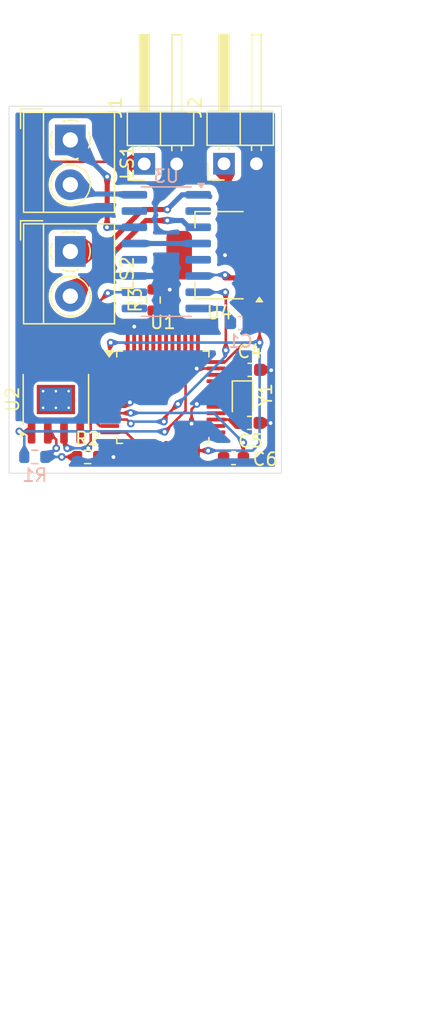
<source format=kicad_pcb>
(kicad_pcb (version 20240108) (generator "pcbnew") (generator_version "8.0")
  (layers (0 "F.Cu" signal) (31 "B.Cu" signal) (34 "B.Paste" user) (35 "F.Paste" user) (36 "B.SilkS" user "B.Silkscreen") (37 "F.SilkS" user "F.Silkscreen") (38 "B.Mask" user) (39 "F.Mask" user) (44 "Edge.Cuts" user))
  (net 0 "")
  (net 1 "Net-(U3-VREF)")
  (net 2 "GND")
  (net 3 "Net-(U1-PB15)")
  (net 4 "Net-(U1-PB14)")
  (net 5 "5V")
  (net 6 "Net-(U1-VDDA)")
  (net 7 "Net-(J1-Pin_1)")
  (net 8 "Net-(J2-Pin_1)")
  (net 9 "Net-(U3-ROUT-)")
  (net 10 "Net-(U3-ROUT+)")
  (net 11 "Net-(U3-LOUT-)")
  (net 12 "Net-(U3-LOUT+)")
  (net 13 "Net-(U1-PA15)")
  (net 14 "Net-(U2A--)")
  (net 15 "Net-(U1-BOOT0)")
  (net 24 "Net-(U1-PA0)")
  (net 36 "Net-(U1-PA1)")
  (net 40 "Net-(U1-PA5)")
  (net 51 "unconnected-(U1-PA2-Pad12)")
  (footprint "Connector_PinHeader_2.54mm:PinHeader_1x02_P2.54mm_Horizontal" (layer "F.Cu") (at 160.745 100.845 90)
    (property "Reference" "J1" (at 4.385 -2.27 90) (layer "F.SilkS"))
    (property "Value" "Microphone connector")
    (fp_line (start 4.1 -1.33) (end 1.44 -1.33) (stroke (width 0.12)) (layer "F.SilkS"))
    (fp_line (start 1.44 -1.33) (end 1.44 3.87) (stroke (width 0.12)) (layer "F.SilkS"))
    (fp_line (start -1.27 -1.27) (end 0 -1.27) (stroke (width 0.12)) (layer "F.SilkS"))
    (fp_line (start 10.1 -0.38) (end 10.1 0.38) (stroke (width 0.12)) (layer "F.SilkS"))
    (fp_line (start 4.1 -0.38) (end 10.1 -0.38) (stroke (width 0.12)) (layer "F.SilkS"))
    (fp_line (start 1.11 -0.38) (end 1.44 -0.38) (stroke (width 0.12)) (layer "F.SilkS"))
    (fp_line (start 4.1 -0.32) (end 10.1 -0.32) (stroke (width 0.12)) (layer "F.SilkS"))
    (fp_line (start 4.1 -0.2) (end 10.1 -0.2) (stroke (width 0.12)) (layer "F.SilkS"))
    (fp_line (start 4.1 -0.08) (end 10.1 -0.08) (stroke (width 0.12)) (layer "F.SilkS"))
    (fp_line (start -1.27 0) (end -1.27 -1.27) (stroke (width 0.12)) (layer "F.SilkS"))
    (fp_line (start 4.1 0.04) (end 10.1 0.04) (stroke (width 0.12)) (layer "F.SilkS"))
    (fp_line (start 4.1 0.16) (end 10.1 0.16) (stroke (width 0.12)) (layer "F.SilkS"))
    (fp_line (start 4.1 0.28) (end 10.1 0.28) (stroke (width 0.12)) (layer "F.SilkS"))
    (fp_line (start 10.1 0.38) (end 4.1 0.38) (stroke (width 0.12)) (layer "F.SilkS"))
    (fp_line (start 1.11 0.38) (end 1.44 0.38) (stroke (width 0.12)) (layer "F.SilkS"))
    (fp_line (start 1.44 1.27) (end 4.1 1.27) (stroke (width 0.12)) (layer "F.SilkS"))
    (fp_line (start 10.1 2.16) (end 10.1 2.92) (stroke (width 0.12)) (layer "F.SilkS"))
    (fp_line (start 4.1 2.16) (end 10.1 2.16) (stroke (width 0.12)) (layer "F.SilkS"))
    (fp_line (start 1.042929 2.16) (end 1.44 2.16) (stroke (width 0.12)) (layer "F.SilkS"))
    (fp_line (start 10.1 2.92) (end 4.1 2.92) (stroke (width 0.12)) (layer "F.SilkS"))
    (fp_line (start 1.042929 2.92) (end 1.44 2.92) (stroke (width 0.12)) (layer "F.SilkS"))
    (fp_line (start 4.1 3.87) (end 4.1 -1.33) (stroke (width 0.12)) (layer "F.SilkS"))
    (fp_line (start 1.44 3.87) (end 4.1 3.87) (stroke (width 0.12)) (layer "F.SilkS"))
    (pad "1" thru_hole rect (at 0 0 90) (size 1.7 1.7) (drill 1) (layers "*.Cu" "*.Mask") (net 7 "Net-(J1-Pin_1)"))
    (pad "2" thru_hole oval (at 0 2.54 90) (size 1.7 1.7) (drill 1) (layers "*.Cu" "*.Mask") (net 2 "GND"))
  )
  (footprint "Capacitor_SMD:C_0603_1608Metric" (layer "F.Cu") (at 169.02 116.95)
    (property "Reference" "C4" (at 0 -1.43 360) (layer "F.SilkS"))
    (property "Value" "22uF")
    (fp_line (start -0.14058 -0.51) (end 0.14058 -0.51) (stroke (width 0.12)) (layer "F.SilkS"))
    (fp_line (start -0.14058 0.51) (end 0.14058 0.51) (stroke (width 0.12)) (layer "F.SilkS"))
    (pad "1" smd roundrect (at -0.775 0) (size 0.9 0.95) (layers "F.Cu" "F.Paste" "F.Mask") (net 3 "Net-(U1-PB15)"))
    (pad "2" smd roundrect (at 0.775 0) (size 0.9 0.95) (layers "F.Cu" "F.Paste" "F.Mask") (net 2 "GND"))
  )
  (footprint "Crystal:Crystal_SMD_2012-2Pin_2.0x1.2mm" (layer "F.Cu") (at 168.44 119.02 -90)
    (property "Reference" "Y1" (at -0.12 -1.8 90) (layer "F.SilkS"))
    (property "Value" "Crystal")
    (fp_line (start -1.2 0.8) (end 1.2 0.8) (stroke (width 0.12)) (layer "F.SilkS"))
    (fp_line (start -1.2 -0.8) (end -1.2 0.8) (stroke (width 0.12)) (layer "F.SilkS"))
    (fp_line (start 1.2 -0.8) (end -1.2 -0.8) (stroke (width 0.12)) (layer "F.SilkS"))
    (pad "1" smd rect (at -0.7 0 270) (size 0.6 1.1) (layers "F.Cu" "F.Paste" "F.Mask") (net 3 "Net-(U1-PB15)"))
    (pad "2" smd rect (at 0.7 0 270) (size 0.6 1.1) (layers "F.Cu" "F.Paste" "F.Mask") (net 4 "Net-(U1-PB14)"))
  )
  (footprint "TerminalBlock_4Ucon:TerminalBlock_4Ucon_1x02_P3.50mm_Horizontal" (layer "F.Cu") (at 154.95 107.69 -90)
    (property "Reference" "LS2" (at 1.75 -4.46 90) (layer "F.SilkS"))
    (property "Value" "Speaker")
    (fp_line (start -2.4 3.9) (end -0.9 3.9) (stroke (width 0.12)) (layer "F.SilkS"))
    (fp_line (start -2.16 3.66) (end 5.66 3.66) (stroke (width 0.12)) (layer "F.SilkS"))
    (fp_line (start -2.4 2.16) (end -2.4 3.9) (stroke (width 0.12)) (layer "F.SilkS"))
    (fp_line (start -2.16 2.1) (end 5.66 2.1) (stroke (width 0.12)) (layer "F.SilkS"))
    (fp_line (start -2.16 -3.46) (end -2.16 3.66) (stroke (width 0.12)) (layer "F.SilkS"))
    (fp_line (start -2.16 -3.46) (end 5.66 -3.46) (stroke (width 0.12)) (layer "F.SilkS"))
    (fp_line (start 5.66 -3.46) (end 5.66 3.66) (stroke (width 0.12)) (layer "F.SilkS"))
    (fp_arc (start 0.027011 1.555493) (mid -0.296984 1.527118) (end -0.608 1.432) (stroke (width 0.12)) (layer "F.SilkS"))
    (fp_arc (start 0.607587 1.431385) (mid 0.310017 1.523783) (end 0 1.555) (stroke (width 0.12)) (layer "F.SilkS"))
    (fp_arc (start -1.432109 0.607742) (mid -1.555727 -0.00014) (end -1.432 -0.608) (stroke (width 0.12)) (layer "F.SilkS"))
    (fp_arc (start 1.432109 -0.607742) (mid 1.555727 0.00014) (end 1.432 0.608) (stroke (width 0.12)) (layer "F.SilkS"))
    (fp_arc (start -0.607742 -1.432109) (mid 0.00014 -1.555727) (end 0.608 -1.432) (stroke (width 0.12)) (layer "F.SilkS"))
    (fp_circle (center 3.5 0) (end 5.055 0) (stroke (width 0.12)) (fill none) (layer "F.SilkS"))
    (pad "1" thru_hole rect (at 0 0 270) (size 2.4 2.4) (drill 1.2) (layers "*.Cu" "*.Mask") (net 12 "Net-(U3-LOUT+)"))
    (pad "2" thru_hole circle (at 3.5 0 270) (size 2.4 2.4) (drill 1.2) (layers "*.Cu" "*.Mask") (net 11 "Net-(U3-LOUT-)"))
  )
  (footprint "TerminalBlock_4Ucon:TerminalBlock_4Ucon_1x02_P3.50mm_Horizontal" (layer "F.Cu") (at 154.95 98.97 -90)
    (property "Reference" "LS1" (at 1.75 -4.46 90) (layer "F.SilkS"))
    (property "Value" "Speaker")
    (fp_line (start -2.4 3.9) (end -0.9 3.9) (stroke (width 0.12)) (layer "F.SilkS"))
    (fp_line (start -2.16 3.66) (end 5.66 3.66) (stroke (width 0.12)) (layer "F.SilkS"))
    (fp_line (start -2.4 2.16) (end -2.4 3.9) (stroke (width 0.12)) (layer "F.SilkS"))
    (fp_line (start -2.16 2.1) (end 5.66 2.1) (stroke (width 0.12)) (layer "F.SilkS"))
    (fp_line (start -2.16 -3.46) (end -2.16 3.66) (stroke (width 0.12)) (layer "F.SilkS"))
    (fp_line (start -2.16 -3.46) (end 5.66 -3.46) (stroke (width 0.12)) (layer "F.SilkS"))
    (fp_line (start 5.66 -3.46) (end 5.66 3.66) (stroke (width 0.12)) (layer "F.SilkS"))
    (fp_arc (start 0.027011 1.555493) (mid -0.296984 1.527118) (end -0.608 1.432) (stroke (width 0.12)) (layer "F.SilkS"))
    (fp_arc (start 0.607587 1.431385) (mid 0.310017 1.523783) (end 0 1.555) (stroke (width 0.12)) (layer "F.SilkS"))
    (fp_arc (start -1.432109 0.607742) (mid -1.555727 -0.00014) (end -1.432 -0.608) (stroke (width 0.12)) (layer "F.SilkS"))
    (fp_arc (start 1.432109 -0.607742) (mid 1.555727 0.00014) (end 1.432 0.608) (stroke (width 0.12)) (layer "F.SilkS"))
    (fp_arc (start -0.607742 -1.432109) (mid 0.00014 -1.555727) (end 0.608 -1.432) (stroke (width 0.12)) (layer "F.SilkS"))
    (fp_circle (center 3.5 0) (end 5.055 0) (stroke (width 0.12)) (fill none) (layer "F.SilkS"))
    (pad "1" thru_hole rect (at 0 0 270) (size 2.4 2.4) (drill 1.2) (layers "*.Cu" "*.Mask") (net 9 "Net-(U3-ROUT-)"))
    (pad "2" thru_hole circle (at 3.5 0 270) (size 2.4 2.4) (drill 1.2) (layers "*.Cu" "*.Mask") (net 10 "Net-(U3-ROUT+)"))
  )
  (footprint "Package_SO:SOIC-8-1EP_3.9x4.9mm_P1.27mm_EP2.29x3mm_ThermalVias" (layer "F.Cu") (at 153.82 119.27 90)
    (property "Reference" "U2" (at 0 -3.4 90) (layer "F.SilkS"))
    (property "Value" "TL072")
    (fp_line (start 0 -2.56) (end 1.95 -2.56) (stroke (width 0.12)) (layer "F.SilkS"))
    (fp_line (start 0 -2.56) (end -1.95 -2.56) (stroke (width 0.12)) (layer "F.SilkS"))
    (fp_line (start 0 2.56) (end 1.95 2.56) (stroke (width 0.12)) (layer "F.SilkS"))
    (fp_line (start 0 2.56) (end -1.95 2.56) (stroke (width 0.12)) (layer "F.SilkS"))
    (fp_poly (pts (xy -2.7 -2.465) (xy -2.94 -2.795) (xy -2.46 -2.795) (xy -2.7 -2.465)) (stroke (width 0.12)) (fill solid) (layer "F.SilkS"))
    (pad "1" smd roundrect (at -2.475 -1.905 90) (size 1.95 0.6) (layers "F.Cu" "F.Paste" "F.Mask") (net 13 "Net-(U1-PA15)"))
    (pad "2" smd roundrect (at -2.475 -0.635 90) (size 1.95 0.6) (layers "F.Cu" "F.Paste" "F.Mask") (net 14 "Net-(U2A--)"))
    (pad "3" smd roundrect (at -2.475 0.635 90) (size 1.95 0.6) (layers "F.Cu" "F.Paste" "F.Mask") (net 7 "Net-(J1-Pin_1)"))
    (pad "4" smd roundrect (at -2.475 1.905 90) (size 1.95 0.6) (layers "F.Cu" "F.Paste" "F.Mask"))
    (pad "5" smd roundrect (at 2.475 1.905 90) (size 1.95 0.6) (layers "F.Cu" "F.Paste" "F.Mask"))
    (pad "6" smd roundrect (at 2.475 0.635 90) (size 1.95 0.6) (layers "F.Cu" "F.Paste" "F.Mask"))
    (pad "7" smd roundrect (at 2.475 -0.635 90) (size 1.95 0.6) (layers "F.Cu" "F.Paste" "F.Mask"))
    (pad "8" smd roundrect (at 2.475 -1.905 90) (size 1.95 0.6) (layers "F.Cu" "F.Paste" "F.Mask"))
    (pad "9" thru_hole circle (at -0.65 -1 90) (size 0.5 0.5) (drill 0.2) (property pad_prop_heatsink) (layers "*.Cu"))
    (pad "9" thru_hole circle (at -0.65 0 90) (size 0.5 0.5) (drill 0.2) (property pad_prop_heatsink) (layers "*.Cu"))
    (pad "9" thru_hole circle (at -0.65 1 90) (size 0.5 0.5) (drill 0.2) (property pad_prop_heatsink) (layers "*.Cu"))
    (pad "9" smd rect (at 0 0 90) (size 1.8 2.5) (property pad_prop_heatsink) (layers "B.Cu"))
    (pad "9" smd rect (at 0 0 90) (size 2.29 3) (property pad_prop_heatsink) (layers "F.Cu" "F.Mask"))
    (pad "9" thru_hole circle (at 0.65 -1 90) (size 0.5 0.5) (drill 0.2) (property pad_prop_heatsink) (layers "*.Cu"))
    (pad "9" thru_hole circle (at 0.65 0 90) (size 0.5 0.5) (drill 0.2) (property pad_prop_heatsink) (layers "*.Cu"))
    (pad "9" thru_hole circle (at 0.65 1 90) (size 0.5 0.5) (drill 0.2) (property pad_prop_heatsink) (layers "*.Cu"))
  )
  (footprint "Connector_PinHeader_2.54mm:PinHeader_1x02_P2.54mm_Horizontal" (layer "F.Cu") (at 166.99 100.83 90)
    (property "Reference" "J2" (at 4.385 -2.27 90) (layer "F.SilkS"))
    (property "Value" "Battery")
    (fp_line (start 4.1 -1.33) (end 1.44 -1.33) (stroke (width 0.12)) (layer "F.SilkS"))
    (fp_line (start 1.44 -1.33) (end 1.44 3.87) (stroke (width 0.12)) (layer "F.SilkS"))
    (fp_line (start -1.27 -1.27) (end 0 -1.27) (stroke (width 0.12)) (layer "F.SilkS"))
    (fp_line (start 10.1 -0.38) (end 10.1 0.38) (stroke (width 0.12)) (layer "F.SilkS"))
    (fp_line (start 4.1 -0.38) (end 10.1 -0.38) (stroke (width 0.12)) (layer "F.SilkS"))
    (fp_line (start 1.11 -0.38) (end 1.44 -0.38) (stroke (width 0.12)) (layer "F.SilkS"))
    (fp_line (start 4.1 -0.32) (end 10.1 -0.32) (stroke (width 0.12)) (layer "F.SilkS"))
    (fp_line (start 4.1 -0.2) (end 10.1 -0.2) (stroke (width 0.12)) (layer "F.SilkS"))
    (fp_line (start 4.1 -0.08) (end 10.1 -0.08) (stroke (width 0.12)) (layer "F.SilkS"))
    (fp_line (start -1.27 0) (end -1.27 -1.27) (stroke (width 0.12)) (layer "F.SilkS"))
    (fp_line (start 4.1 0.04) (end 10.1 0.04) (stroke (width 0.12)) (layer "F.SilkS"))
    (fp_line (start 4.1 0.16) (end 10.1 0.16) (stroke (width 0.12)) (layer "F.SilkS"))
    (fp_line (start 4.1 0.28) (end 10.1 0.28) (stroke (width 0.12)) (layer "F.SilkS"))
    (fp_line (start 10.1 0.38) (end 4.1 0.38) (stroke (width 0.12)) (layer "F.SilkS"))
    (fp_line (start 1.11 0.38) (end 1.44 0.38) (stroke (width 0.12)) (layer "F.SilkS"))
    (fp_line (start 1.44 1.27) (end 4.1 1.27) (stroke (width 0.12)) (layer "F.SilkS"))
    (fp_line (start 10.1 2.16) (end 10.1 2.92) (stroke (width 0.12)) (layer "F.SilkS"))
    (fp_line (start 4.1 2.16) (end 10.1 2.16) (stroke (width 0.12)) (layer "F.SilkS"))
    (fp_line (start 1.042929 2.16) (end 1.44 2.16) (stroke (width 0.12)) (layer "F.SilkS"))
    (fp_line (start 10.1 2.92) (end 4.1 2.92) (stroke (width 0.12)) (layer "F.SilkS"))
    (fp_line (start 1.042929 2.92) (end 1.44 2.92) (stroke (width 0.12)) (layer "F.SilkS"))
    (fp_line (start 4.1 3.87) (end 4.1 -1.33) (stroke (width 0.12)) (layer "F.SilkS"))
    (fp_line (start 1.44 3.87) (end 4.1 3.87) (stroke (width 0.12)) (layer "F.SilkS"))
    (pad "1" thru_hole rect (at 0 0 90) (size 1.7 1.7) (drill 1) (layers "*.Cu" "*.Mask") (net 8 "Net-(J2-Pin_1)"))
    (pad "2" thru_hole oval (at 0 2.54 90) (size 1.7 1.7) (drill 1) (layers "*.Cu" "*.Mask") (net 2 "GND"))
  )
  (footprint "Package_QFP:LQFP-48_7x7mm_P0.5mm" (layer "F.Cu") (at 162.2 119.09)
    (property "Reference" "U1" (at 0 -5.85 360) (layer "F.SilkS"))
    (property "Value" "STM32F103C8Tx")
    (fp_line (start -3.61 -3.61) (end -3.61 -3.16) (stroke (width 0.12)) (layer "F.SilkS"))
    (fp_line (start -3.61 3.61) (end -3.61 3.16) (stroke (width 0.12)) (layer "F.SilkS"))
    (fp_line (start -3.16 -3.61) (end -3.61 -3.61) (stroke (width 0.12)) (layer "F.SilkS"))
    (fp_line (start -3.16 3.61) (end -3.61 3.61) (stroke (width 0.12)) (layer "F.SilkS"))
    (fp_line (start 3.16 -3.61) (end 3.61 -3.61) (stroke (width 0.12)) (layer "F.SilkS"))
    (fp_line (start 3.16 3.61) (end 3.61 3.61) (stroke (width 0.12)) (layer "F.SilkS"))
    (fp_line (start 3.61 -3.61) (end 3.61 -3.16) (stroke (width 0.12)) (layer "F.SilkS"))
    (fp_line (start 3.61 3.61) (end 3.61 3.16) (stroke (width 0.12)) (layer "F.SilkS"))
    (fp_poly (pts (xy -4.2 -3.16) (xy -4.54 -3.63) (xy -3.86 -3.63) (xy -4.2 -3.16)) (stroke (width 0.12)) (fill solid) (layer "F.SilkS"))
    (pad "1" smd roundrect (at -4.1625 -2.75) (size 1.475 0.3) (layers "F.Cu" "F.Paste" "F.Mask") (net 5 "5V"))
    (pad "2" smd roundrect (at -4.1625 -2.25) (size 1.475 0.3) (layers "F.Cu" "F.Paste" "F.Mask"))
    (pad "3" smd roundrect (at -4.1625 -1.75) (size 1.475 0.3) (layers "F.Cu" "F.Paste" "F.Mask"))
    (pad "4" smd roundrect (at -4.1625 -1.25) (size 1.475 0.3) (layers "F.Cu" "F.Paste" "F.Mask"))
    (pad "5" smd roundrect (at -4.1625 -0.75) (size 1.475 0.3) (layers "F.Cu" "F.Paste" "F.Mask"))
    (pad "6" smd roundrect (at -4.1625 -0.25) (size 1.475 0.3) (layers "F.Cu" "F.Paste" "F.Mask"))
    (pad "7" smd roundrect (at -4.1625 0.25) (size 1.475 0.3) (layers "F.Cu" "F.Paste" "F.Mask"))
    (pad "8" smd roundrect (at -4.1625 0.75) (size 1.475 0.3) (layers "F.Cu" "F.Paste" "F.Mask") (net 2 "GND"))
    (pad "9" smd roundrect (at -4.1625 1.25) (size 1.475 0.3) (layers "F.Cu" "F.Paste" "F.Mask") (net 6 "Net-(U1-VDDA)"))
    (pad "10" smd roundrect (at -4.1625 1.75) (size 1.475 0.3) (layers "F.Cu" "F.Paste" "F.Mask") (net 24 "Net-(U1-PA0)"))
    (pad "11" smd roundrect (at -4.1625 2.25) (size 1.475 0.3) (layers "F.Cu" "F.Paste" "F.Mask") (net 36 "Net-(U1-PA1)"))
    (pad "12" smd roundrect (at -4.1625 2.75) (size 1.475 0.3) (layers "F.Cu" "F.Paste" "F.Mask") (net 51 "unconnected-(U1-PA2-Pad12)"))
    (pad "13" smd roundrect (at -2.75 4.1625) (size 0.3 1.475) (layers "F.Cu" "F.Paste" "F.Mask"))
    (pad "14" smd roundrect (at -2.25 4.1625) (size 0.3 1.475) (layers "F.Cu" "F.Paste" "F.Mask") (net 51 "unconnected-(U1-PA2-Pad12)"))
    (pad "15" smd roundrect (at -1.75 4.1625) (size 0.3 1.475) (layers "F.Cu" "F.Paste" "F.Mask") (net 40 "Net-(U1-PA5)"))
    (pad "16" smd roundrect (at -1.25 4.1625) (size 0.3 1.475) (layers "F.Cu" "F.Paste" "F.Mask"))
    (pad "17" smd roundrect (at -0.75 4.1625) (size 0.3 1.475) (layers "F.Cu" "F.Paste" "F.Mask"))
    (pad "18" smd roundrect (at -0.25 4.1625) (size 0.3 1.475) (layers "F.Cu" "F.Paste" "F.Mask"))
    (pad "19" smd roundrect (at 0.25 4.1625) (size 0.3 1.475) (layers "F.Cu" "F.Paste" "F.Mask"))
    (pad "20" smd roundrect (at 0.75 4.1625) (size 0.3 1.475) (layers "F.Cu" "F.Paste" "F.Mask"))
    (pad "21" smd roundrect (at 1.25 4.1625) (size 0.3 1.475) (layers "F.Cu" "F.Paste" "F.Mask"))
    (pad "22" smd roundrect (at 1.75 4.1625) (size 0.3 1.475) (layers "F.Cu" "F.Paste" "F.Mask"))
    (pad "23" smd roundrect (at 2.25 4.1625) (size 0.3 1.475) (layers "F.Cu" "F.Paste" "F.Mask") (net 2 "GND"))
    (pad "24" smd roundrect (at 2.75 4.1625) (size 0.3 1.475) (layers "F.Cu" "F.Paste" "F.Mask") (net 5 "5V"))
    (pad "25" smd roundrect (at 4.1625 2.75) (size 1.475 0.3) (layers "F.Cu" "F.Paste" "F.Mask"))
    (pad "26" smd roundrect (at 4.1625 2.25) (size 1.475 0.3) (layers "F.Cu" "F.Paste" "F.Mask"))
    (pad "27" smd roundrect (at 4.1625 1.75) (size 1.475 0.3) (layers "F.Cu" "F.Paste" "F.Mask") (net 4 "Net-(U1-PB14)"))
    (pad "28" smd roundrect (at 4.1625 1.25) (size 1.475 0.3) (layers "F.Cu" "F.Paste" "F.Mask") (net 3 "Net-(U1-PB15)"))
    (pad "29" smd roundrect (at 4.1625 0.75) (size 1.475 0.3) (layers "F.Cu" "F.Paste" "F.Mask"))
    (pad "30" smd roundrect (at 4.1625 0.25) (size 1.475 0.3) (layers "F.Cu" "F.Paste" "F.Mask"))
    (pad "31" smd roundrect (at 4.1625 -0.25) (size 1.475 0.3) (layers "F.Cu" "F.Paste" "F.Mask"))
    (pad "32" smd roundrect (at 4.1625 -0.75) (size 1.475 0.3) (layers "F.Cu" "F.Paste" "F.Mask"))
    (pad "33" smd roundrect (at 4.1625 -1.25) (size 1.475 0.3) (layers "F.Cu" "F.Paste" "F.Mask"))
    (pad "34" smd roundrect (at 4.1625 -1.75) (size 1.475 0.3) (layers "F.Cu" "F.Paste" "F.Mask"))
    (pad "35" smd roundrect (at 4.1625 -2.25) (size 1.475 0.3) (layers "F.Cu" "F.Paste" "F.Mask") (net 2 "GND"))
    (pad "36" smd roundrect (at 4.1625 -2.75) (size 1.475 0.3) (layers "F.Cu" "F.Paste" "F.Mask") (net 5 "5V"))
    (pad "37" smd roundrect (at 2.75 -4.1625) (size 0.3 1.475) (layers "F.Cu" "F.Paste" "F.Mask"))
    (pad "38" smd roundrect (at 2.25 -4.1625) (size 0.3 1.475) (layers "F.Cu" "F.Paste" "F.Mask") (net 13 "Net-(U1-PA15)"))
    (pad "39" smd roundrect (at 1.75 -4.1625) (size 0.3 1.475) (layers "F.Cu" "F.Paste" "F.Mask"))
    (pad "40" smd roundrect (at 1.25 -4.1625) (size 0.3 1.475) (layers "F.Cu" "F.Paste" "F.Mask"))
    (pad "41" smd roundrect (at 0.75 -4.1625) (size 0.3 1.475) (layers "F.Cu" "F.Paste" "F.Mask"))
    (pad "42" smd roundrect (at 0.25 -4.1625) (size 0.3 1.475) (layers "F.Cu" "F.Paste" "F.Mask"))
    (pad "43" smd roundrect (at -0.25 -4.1625) (size 0.3 1.475) (layers "F.Cu" "F.Paste" "F.Mask"))
    (pad "44" smd roundrect (at -0.75 -4.1625) (size 0.3 1.475) (layers "F.Cu" "F.Paste" "F.Mask") (net 15 "Net-(U1-BOOT0)"))
    (pad "45" smd roundrect (at -1.25 -4.1625) (size 0.3 1.475) (layers "F.Cu" "F.Paste" "F.Mask"))
    (pad "46" smd roundrect (at -1.75 -4.1625) (size 0.3 1.475) (layers "F.Cu" "F.Paste" "F.Mask"))
    (pad "47" smd roundrect (at -2.25 -4.1625) (size 0.3 1.475) (layers "F.Cu" "F.Paste" "F.Mask") (net 2 "GND"))
    (pad "48" smd roundrect (at -2.75 -4.1625) (size 0.3 1.475) (layers "F.Cu" "F.Paste" "F.Mask") (net 5 "5V"))
  )
  (footprint "Resistor_SMD:R_0603_1608Metric" (layer "F.Cu") (at 161.47 111.49 90)
    (property "Reference" "R3" (at 0 -1.43 90) (layer "F.SilkS"))
    (property "Value" "10k")
    (fp_line (start -0.237258 -0.5225) (end 0.237258 -0.5225) (stroke (width 0.12)) (layer "F.SilkS"))
    (fp_line (start -0.237258 0.5225) (end 0.237258 0.5225) (stroke (width 0.12)) (layer "F.SilkS"))
    (pad "1" smd roundrect (at -0.825 0 90) (size 0.8 0.95) (layers "F.Cu" "F.Paste" "F.Mask") (net 15 "Net-(U1-BOOT0)"))
    (pad "2" smd roundrect (at 0.825 0 90) (size 0.8 0.95) (layers "F.Cu" "F.Paste" "F.Mask") (net 2 "GND"))
  )
  (footprint "Capacitor_SMD:C_0603_1608Metric" (layer "F.Cu") (at 167.735 123.85)
    (property "Reference" "C6" (at 2.475 0.09 360) (layer "F.SilkS"))
    (property "Value" "100nF")
    (fp_line (start -0.14058 -0.51) (end 0.14058 -0.51) (stroke (width 0.12)) (layer "F.SilkS"))
    (fp_line (start -0.14058 0.51) (end 0.14058 0.51) (stroke (width 0.12)) (layer "F.SilkS"))
    (pad "1" smd roundrect (at -0.775 0) (size 0.9 0.95) (layers "F.Cu" "F.Paste" "F.Mask") (net 5 "5V"))
    (pad "2" smd roundrect (at 0.775 0) (size 0.9 0.95) (layers "F.Cu" "F.Paste" "F.Mask") (net 6 "Net-(U1-VDDA)"))
  )
  (footprint "Capacitor_SMD:C_0603_1608Metric" (layer "F.Cu") (at 168.98 121.1 180)
    (property "Reference" "C5" (at -0.09 -1.41 360) (layer "F.SilkS"))
    (property "Value" "22uF")
    (fp_line (start -0.14058 0.51) (end 0.14058 0.51) (stroke (width 0.12)) (layer "F.SilkS"))
    (fp_line (start -0.14058 -0.51) (end 0.14058 -0.51) (stroke (width 0.12)) (layer "F.SilkS"))
    (pad "1" smd roundrect (at -0.775 0 180) (size 0.9 0.95) (layers "F.Cu" "F.Paste" "F.Mask") (net 2 "GND"))
    (pad "2" smd roundrect (at 0.775 0 180) (size 0.9 0.95) (layers "F.Cu" "F.Paste" "F.Mask") (net 4 "Net-(U1-PB14)"))
  )
  (footprint "Package_TO_SOT_SMD:SOT-223" (layer "F.Cu") (at 166.63 107.9825 180)
    (property "Reference" "U4" (at 0 -4.5 360) (layer "F.SilkS"))
    (property "Value" "LM78L05_TO92")
    (fp_line (start 1.91 3.41) (end 1.91 2.15) (stroke (width 0.12)) (layer "F.SilkS"))
    (fp_line (start 1.91 -3.41) (end 1.91 -2.15) (stroke (width 0.12)) (layer "F.SilkS"))
    (fp_line (start -1.85 3.41) (end 1.91 3.41) (stroke (width 0.12)) (layer "F.SilkS"))
    (fp_line (start -1.85 -3.41) (end 1.91 -3.41) (stroke (width 0.12)) (layer "F.SilkS"))
    (fp_poly (pts (xy -3.13 -3.31) (xy -3.37 -3.64) (xy -2.89 -3.64) (xy -3.13 -3.31)) (stroke (width 0.12)) (fill solid) (layer "F.SilkS"))
    (pad "1" smd roundrect (at -3.15 -2.3 180) (size 2 1.5) (layers "F.Cu" "F.Paste" "F.Mask") (net 5 "5V"))
    (pad "2" smd roundrect (at -3.15 0 180) (size 2 1.5) (layers "F.Cu" "F.Paste" "F.Mask") (net 2 "GND"))
    (pad "3" smd roundrect (at -3.15 2.3 180) (size 2 1.5) (layers "F.Cu" "F.Paste" "F.Mask") (net 8 "Net-(J2-Pin_1)"))
    (pad "4" smd roundrect (at 3.15 0 180) (size 2 3.8) (layers "F.Cu" "F.Paste" "F.Mask"))
  )
  (footprint "Resistor_SMD:R_0603_1608Metric" (layer "F.Cu") (at 156.31 123.76)
    (property "Reference" "R2" (at 0 -1.43 0) (layer "F.SilkS"))
    (property "Value" "10k")
    (fp_line (start -0.237258 -0.5225) (end 0.237258 -0.5225) (stroke (width 0.12)) (layer "F.SilkS"))
    (fp_line (start -0.237258 0.5225) (end 0.237258 0.5225) (stroke (width 0.12)) (layer "F.SilkS"))
    (pad "1" smd roundrect (at -0.825 0) (size 0.8 0.95) (layers "F.Cu" "F.Paste" "F.Mask") (net 14 "Net-(U2A--)"))
    (pad "2" smd roundrect (at 0.825 0) (size 0.8 0.95) (layers "F.Cu" "F.Paste" "F.Mask") (net 2 "GND"))
  )
  (footprint "Capacitor_SMD:C_0603_1608Metric" (layer "B.Cu") (at 168.27 113.29)
    (property "Reference" "C1" (at 0 1.43 360) (layer "B.SilkS") (effects (justify mirror)))
    (property "Value" "1uF")
    (fp_line (start 0.14058 -0.51) (end -0.14058 -0.51) (stroke (width 0.12)) (layer "B.SilkS"))
    (fp_line (start 0.14058 0.51) (end -0.14058 0.51) (stroke (width 0.12)) (layer "B.SilkS"))
    (pad "1" smd roundrect (at -0.775 0) (size 0.9 0.95) (layers "B.Cu" "B.Paste" "B.Mask") (net 1 "Net-(U3-VREF)"))
    (pad "2" smd roundrect (at 0.775 0) (size 0.9 0.95) (layers "B.Cu" "B.Paste" "B.Mask") (net 2 "GND"))
  )
  (footprint "Resistor_SMD:R_0603_1608Metric" (layer "B.Cu") (at 152.17 123.76)
    (property "Reference" "R1" (at 0 1.43 360) (layer "B.SilkS") (effects (justify mirror)))
    (property "Value" "10k")
    (fp_line (start 0.237258 -0.5225) (end -0.237258 -0.5225) (stroke (width 0.12)) (layer "B.SilkS"))
    (fp_line (start 0.237258 0.5225) (end -0.237258 0.5225) (stroke (width 0.12)) (layer "B.SilkS"))
    (pad "1" smd roundrect (at -0.825 0) (size 0.8 0.95) (layers "B.Cu" "B.Paste" "B.Mask") (net 13 "Net-(U1-PA15)"))
    (pad "2" smd roundrect (at 0.825 0) (size 0.8 0.95) (layers "B.Cu" "B.Paste" "B.Mask") (net 14 "Net-(U2A--)"))
  )
  (footprint "Package_SO:SOP-16_3.9x9.9mm_P1.27mm" (layer "B.Cu") (at 162.47 107.705 180)
    (property "Reference" "U3" (at 0 5.9 0) (layer "B.SilkS") (effects (justify mirror)))
    (property "Value" "PAM8403D")
    (fp_line (start 1.95 5.06) (end 0 5.06) (stroke (width 0.12)) (layer "B.SilkS"))
    (fp_line (start 1.95 -5.06) (end 0 -5.06) (stroke (width 0.12)) (layer "B.SilkS"))
    (fp_line (start -1.95 5.06) (end 0 5.06) (stroke (width 0.12)) (layer "B.SilkS"))
    (fp_line (start -1.95 -5.06) (end 0 -5.06) (stroke (width 0.12)) (layer "B.SilkS"))
    (fp_poly (pts (xy -2.725 5.005) (xy -2.965 5.335) (xy -2.485 5.335) (xy -2.725 5.005)) (stroke (width 0.12)) (fill solid) (layer "B.SilkS"))
    (pad "1" smd roundrect (at -2.5 4.445 180) (size 2 0.6) (layers "B.Cu" "B.Paste" "B.Mask") (net 12 "Net-(U3-LOUT+)"))
    (pad "2" smd roundrect (at -2.5 3.175 180) (size 2 0.6) (layers "B.Cu" "B.Paste" "B.Mask"))
    (pad "3" smd roundrect (at -2.5 1.905 180) (size 2 0.6) (layers "B.Cu" "B.Paste" "B.Mask") (net 11 "Net-(U3-LOUT-)"))
    (pad "4" smd roundrect (at -2.5 0.635 180) (size 2 0.6) (layers "B.Cu" "B.Paste" "B.Mask") (net 5 "5V"))
    (pad "5" smd roundrect (at -2.5 -0.635 180) (size 2 0.6) (layers "B.Cu" "B.Paste" "B.Mask") (net 5 "5V"))
    (pad "6" smd roundrect (at -2.5 -1.905 180) (size 2 0.6) (layers "B.Cu" "B.Paste" "B.Mask") (net 5 "5V"))
    (pad "7" smd roundrect (at -2.5 -3.175 180) (size 2 0.6) (layers "B.Cu" "B.Paste" "B.Mask") (net 24 "Net-(U1-PA0)"))
    (pad "8" smd roundrect (at -2.5 -4.445 180) (size 2 0.6) (layers "B.Cu" "B.Paste" "B.Mask") (net 1 "Net-(U3-VREF)"))
    (pad "9" smd roundrect (at 2.5 -4.445 180) (size 2 0.6) (layers "B.Cu" "B.Paste" "B.Mask"))
    (pad "10" smd roundrect (at 2.5 -3.175 180) (size 2 0.6) (layers "B.Cu" "B.Paste" "B.Mask") (net 36 "Net-(U1-PA1)"))
    (pad "11" smd roundrect (at 2.5 -1.905 180) (size 2 0.6) (layers "B.Cu" "B.Paste" "B.Mask") (net 2 "GND"))
    (pad "12" smd roundrect (at 2.5 -0.635 180) (size 2 0.6) (layers "B.Cu" "B.Paste" "B.Mask"))
    (pad "13" smd roundrect (at 2.5 0.635 180) (size 2 0.6) (layers "B.Cu" "B.Paste" "B.Mask") (net 5 "5V"))
    (pad "14" smd roundrect (at 2.5 1.905 180) (size 2 0.6) (layers "B.Cu" "B.Paste" "B.Mask") (net 9 "Net-(U3-ROUT-)"))
    (pad "15" smd roundrect (at 2.5 3.175 180) (size 2 0.6) (layers "B.Cu" "B.Paste" "B.Mask"))
    (pad "16" smd roundrect (at 2.5 4.445 180) (size 2 0.6) (layers "B.Cu" "B.Paste" "B.Mask") (net 10 "Net-(U3-ROUT+)"))
  )
  (gr_rect (start 150.15 96.33) (end 171.49 125.03) (stroke (width 0.05)) (fill none) (layer "Edge.Cuts"))
  (segment (start 166.84 112.15) (end 164.97 112.15) (width 0.4) (layer "B.Cu") (net 1))
  (segment (start 167.485 112.795) (end 166.84 112.15) (width 0.4) (layer "B.Cu") (net 1))
  (segment (start 167.495 112.795) (end 167.485 112.795) (width 0.4) (layer "B.Cu") (net 1))
  (segment (start 167.495 113.29) (end 167.495 112.795) (width 0.2) (layer "B.Cu") (net 1))
  (segment (start 164.45 121.16) (end 164.45 120.03) (width 0.2) (layer "F.Cu") (net 2))
  (segment (start 170.63 121.1) (end 170.64 121.11) (width 0.2) (layer "F.Cu") (net 2))
  (segment (start 170.66 116.95) (end 170.69 116.98) (width 0.2) (layer "F.Cu") (net 2))
  (segment (start 164.45 120.03) (end 164.86 119.62) (width 0.2) (layer "F.Cu") (net 2))
  (segment (start 167.0725 107.9825) (end 169.78 107.9825) (width 0.2) (layer "F.Cu") (net 2))
  (segment (start 159.27 119.84) (end 159.62 119.49) (width 0.2) (layer "F.Cu") (net 2))
  (segment (start 164.45 123.2525) (end 164.45 121.16) (width 0.2) (layer "F.Cu") (net 2))
  (segment (start 166.3625 116.84) (end 164.86 116.84) (width 0.2) (layer "F.Cu") (net 2))
  (segment (start 167.07 107.98) (end 167.0725 107.9825) (width 0.2) (layer "F.Cu") (net 2))
  (segment (start 164.86 116.84) (end 164.85 116.85) (width 0.2) (layer "F.Cu") (net 2))
  (segment (start 158.0375 119.84) (end 159.27 119.84) (width 0.2) (layer "F.Cu") (net 2))
  (segment (start 162.725 110.665) (end 162.74 110.68) (width 0.2) (layer "F.Cu") (net 2))
  (segment (start 161.47 110.665) (end 162.725 110.665) (width 0.2) (layer "F.Cu") (net 2))
  (segment (start 159.95 113.58) (end 159.96 113.57) (width 0.2) (layer "F.Cu") (net 2))
  (segment (start 169.755 121.1) (end 170.63 121.1) (width 0.2) (layer "F.Cu") (net 2))
  (segment (start 157.135 123.76) (end 158.32 123.76) (width 0.2) (layer "F.Cu") (net 2))
  (segment (start 158.32 123.76) (end 158.33 123.77) (width 0.2) (layer "F.Cu") (net 2))
  (segment (start 169.795 116.95) (end 170.66 116.95) (width 0.2) (layer "F.Cu") (net 2))
  (segment (start 159.95 114.9275) (end 159.95 113.58) (width 0.2) (layer "F.Cu") (net 2))
  (via (at 162.74 110.68) (size 0.6) (drill 0.3) (layers "F.Cu" "B.Cu") (net 2))
  (via (at 164.85 116.85) (size 0.6) (drill 0.3) (layers "F.Cu" "B.Cu") (net 2))
  (via (at 167.07 107.98) (size 0.6) (drill 0.3) (layers "F.Cu" "B.Cu") (net 2))
  (via (at 158.33 123.77) (size 0.6) (drill 0.3) (layers "F.Cu" "B.Cu") (net 2))
  (via (at 164.45 121.16) (size 0.6) (drill 0.3) (layers "F.Cu" "B.Cu") (net 2))
  (via (at 159.62 119.49) (size 0.6) (drill 0.3) (layers "F.Cu" "B.Cu") (net 2))
  (via (at 170.64 121.11) (size 0.6) (drill 0.3) (layers "F.Cu" "B.Cu") (net 2))
  (via (at 164.86 119.62) (size 0.6) (drill 0.3) (layers "F.Cu" "B.Cu") (net 2))
  (via (at 159.96 113.57) (size 0.6) (drill 0.3) (layers "F.Cu" "B.Cu") (net 2))
  (via (at 170.69 116.98) (size 0.6) (drill 0.3) (layers "F.Cu" "B.Cu") (net 2))
  (segment (start 167.62 118.32) (end 167.4 118.54) (width 0.2) (layer "F.Cu") (net 3))
  (segment (start 168.245 116.95) (end 168.245 118.125) (width 0.2) (layer "F.Cu") (net 3))
  (segment (start 168.44 118.32) (end 167.62 118.32) (width 0.2) (layer "F.Cu") (net 3))
  (segment (start 167.4 120.1) (end 167.16 120.34) (width 0.2) (layer "F.Cu") (net 3))
  (segment (start 167.16 120.34) (end 166.3625 120.34) (width 0.2) (layer "F.Cu") (net 3))
  (segment (start 167.4 118.54) (end 167.4 120.1) (width 0.2) (layer "F.Cu") (net 3))
  (segment (start 168.245 118.125) (end 168.44 118.32) (width 0.2) (layer "F.Cu") (net 3))
  (segment (start 168.205 121.1) (end 168.205 119.955) (width 0.2) (layer "F.Cu") (net 4))
  (segment (start 167.945 120.84) (end 168.205 121.1) (width 0.2) (layer "F.Cu") (net 4))
  (segment (start 168.205 119.955) (end 168.44 119.72) (width 0.2) (layer "F.Cu") (net 4))
  (segment (start 166.3625 120.84) (end 167.945 120.84) (width 0.2) (layer "F.Cu") (net 4))
  (segment (start 169.78 114.82) (end 168.58 114.82) (width 0.2) (layer "F.Cu") (net 5))
  (segment (start 165.75 123.27) (end 164.9675 123.27) (width 0.2) (layer "F.Cu") (net 5))
  (segment (start 158.03 116.3325) (end 158.0375 116.34) (width 0.2) (layer "F.Cu") (net 5))
  (segment (start 159.3425 114.82) (end 159.45 114.9275) (width 0.2) (layer "F.Cu") (net 5))
  (segment (start 169.78 110.2825) (end 169.78 114.82) (width 0.2) (layer "F.Cu") (net 5))
  (segment (start 167.05 109.76) (end 167.07 109.74) (width 0.2) (layer "F.Cu") (net 5))
  (segment (start 169.78 110.2825) (end 169.2575 109.76) (width 0.2) (layer "F.Cu") (net 5))
  (segment (start 158.11 114.82) (end 159.3425 114.82) (width 0.2) (layer "F.Cu") (net 5))
  (segment (start 158.03 114.9) (end 158.03 116.3325) (width 0.2) (layer "F.Cu") (net 5))
  (segment (start 164.9675 123.27) (end 164.95 123.2525) (width 0.2) (layer "F.Cu") (net 5))
  (segment (start 167.07 109.74) (end 167.07 109.53) (width 0.2) (layer "F.Cu") (net 5))
  (segment (start 169.2575 109.76) (end 167.05 109.76) (width 0.4) (layer "F.Cu") (net 5))
  (segment (start 168.58 114.82) (end 167.06 116.34) (width 0.2) (layer "F.Cu") (net 5))
  (segment (start 158.11 114.82) (end 158.03 114.9) (width 0.2) (layer "F.Cu") (net 5))
  (segment (start 167.06 116.34) (end 166.81 116.34) (width 0.2) (layer "F.Cu") (net 5))
  (via (at 165.75 123.27) (size 0.6) (drill 0.3) (layers "F.Cu" "B.Cu") (net 5))
  (via (at 158.11 114.82) (size 0.6) (drill 0.3) (layers "F.Cu" "B.Cu") (net 5))
  (via (at 169.78 114.82) (size 0.6) (drill 0.3) (layers "F.Cu" "B.Cu") (net 5))
  (via (at 167.07 109.53) (size 0.6) (drill 0.3) (layers "F.Cu" "B.Cu") (net 5))
  (segment (start 165.05 109.53) (end 164.97 109.61) (width 0.2) (layer "B.Cu") (net 5))
  (segment (start 164.97 107.07) (end 159.97 107.07) (width 0.4) (layer "B.Cu") (net 5))
  (segment (start 169.23 123.27) (end 169.78 122.72) (width 0.2) (layer "B.Cu") (net 5))
  (segment (start 169.78 122.72) (end 169.78 114.82) (width 0.2) (layer "B.Cu") (net 5))
  (segment (start 158.11 114.82) (end 169.78 114.82) (width 0.2) (layer "B.Cu") (net 5))
  (segment (start 167.07 109.53) (end 165.05 109.53) (width 0.2) (layer "B.Cu") (net 5))
  (segment (start 165.75 123.27) (end 169.23 123.27) (width 0.2) (layer "B.Cu") (net 5))
  (segment (start 159.68 120.32) (end 159.66 120.34) (width 0.2) (layer "F.Cu") (net 6))
  (segment (start 168.5 122.64) (end 168.5 123.84) (width 0.2) (layer "F.Cu") (net 6))
  (segment (start 159.66 120.34) (end 158.0375 120.34) (width 0.2) (layer "F.Cu") (net 6))
  (segment (start 168.5 123.84) (end 168.51 123.85) (width 0.2) (layer "F.Cu") (net 6))
  (via (at 168.5 122.64) (size 0.6) (drill 0.3) (layers "F.Cu" "B.Cu") (net 6))
  (via (at 159.68 120.32) (size 0.6) (drill 0.3) (layers "F.Cu" "B.Cu") (net 6))
  (segment (start 166.18 120.32) (end 168.5 122.64) (width 0.2) (layer "B.Cu") (net 6))
  (segment (start 159.68 120.32) (end 166.18 120.32) (width 0.2) (layer "B.Cu") (net 6))
  (segment (start 153.21 100.68) (end 160.58 100.68) (width 0.2) (layer "F.Cu") (net 7))
  (segment (start 156.55 122.896026) (end 156.55 115.62) (width 0.2) (layer "F.Cu") (net 7))
  (segment (start 154.455 121.745) (end 154.455 122.832168) (width 0.2) (layer "F.Cu") (net 7))
  (segment (start 160.58 100.68) (end 160.745 100.845) (width 0.2) (layer "F.Cu") (net 7))
  (segment (start 156.55 115.62) (end 152.46 111.53) (width 0.2) (layer "F.Cu") (net 7))
  (segment (start 152.46 101.43) (end 153.21 100.68) (width 0.2) (layer "F.Cu") (net 7))
  (segment (start 152.46 111.53) (end 152.46 101.43) (width 0.2) (layer "F.Cu") (net 7))
  (segment (start 154.455 122.832168) (end 154.705153 123.082321) (width 0.2) (layer "F.Cu") (net 7))
  (segment (start 156.359104 123.086922) (end 156.55 122.896026) (width 0.2) (layer "F.Cu") (net 7))
  (via (at 156.359104 123.086922) (size 0.6) (drill 0.3) (layers "F.Cu" "B.Cu") (net 7))
  (via (at 154.705153 123.082321) (size 0.6) (drill 0.3) (layers "F.Cu" "B.Cu") (net 7))
  (segment (start 154.705153 123.082321) (end 156.354503 123.082321) (width 0.2) (layer "B.Cu") (net 7))
  (segment (start 156.354503 123.082321) (end 156.359104 123.086922) (width 0.2) (layer "B.Cu") (net 7))
  (segment (start 166.99 101.99) (end 169.78 104.78) (width 0.6) (layer "F.Cu") (net 8))
  (segment (start 169.78 104.78) (end 169.78 105.6825) (width 0.6) (layer "F.Cu") (net 8))
  (segment (start 166.99 100.83) (end 166.99 101.99) (width 0.6) (layer "F.Cu") (net 8))
  (segment (start 157.84 105.78) (end 157.82 105.8) (width 0.2) (layer "F.Cu") (net 9))
  (segment (start 157.84 101.84) (end 157.84 105.78) (width 0.4) (layer "F.Cu") (net 9))
  (via (at 157.82 105.8) (size 0.6) (drill 0.3) (layers "F.Cu" "B.Cu") (net 9))
  (via (at 157.84 101.84) (size 0.6) (drill 0.3) (layers "F.Cu" "B.Cu") (net 9))
  (segment (start 154.95 98.97) (end 157.82 101.84) (width 0.4) (layer "B.Cu") (net 9))
  (segment (start 157.82 101.84) (end 157.84 101.84) (width 0.2) (layer "B.Cu") (net 9))
  (segment (start 157.82 105.8) (end 159.97 105.8) (width 0.4) (layer "B.Cu") (net 9))
  (segment (start 155.68 103.2) (end 159.91 103.2) (width 0.4) (layer "B.Cu") (net 10))
  (segment (start 159.91 103.2) (end 159.97 103.26) (width 0.2) (layer "B.Cu") (net 10))
  (segment (start 154.95 102.47) (end 155.68 103.2) (width 0.2) (layer "B.Cu") (net 10))
  (segment (start 162.55 105.27) (end 160.87 105.27) (width 0.4) (layer "F.Cu") (net 11))
  (segment (start 160.87 105.27) (end 154.95 111.19) (width 0.4) (layer "F.Cu") (net 11))
  (via (at 162.55 105.27) (size 0.6) (drill 0.3) (layers "F.Cu" "B.Cu") (net 11))
  (segment (start 162.55 105.27) (end 163.72 105.27) (width 0.4) (layer "B.Cu") (net 11))
  (segment (start 164.25 105.8) (end 164.97 105.8) (width 0.2) (layer "B.Cu") (net 11))
  (segment (start 163.72 105.27) (end 164.25 105.8) (width 0.4) (layer "B.Cu") (net 11))
  (segment (start 162.55 104.41) (end 160.62 104.41) (width 0.4) (layer "F.Cu") (net 12))
  (segment (start 157.34 107.69) (end 154.95 107.69) (width 0.4) (layer "F.Cu") (net 12))
  (segment (start 160.62 104.41) (end 157.34 107.69) (width 0.4) (layer "F.Cu") (net 12))
  (via (at 162.55 104.41) (size 0.6) (drill 0.3) (layers "F.Cu" "B.Cu") (net 12))
  (segment (start 163.7 103.26) (end 162.55 104.41) (width 0.4) (layer "B.Cu") (net 12))
  (segment (start 164.97 103.26) (end 163.7 103.26) (width 0.4) (layer "B.Cu") (net 12))
  (segment (start 164.97 103.26) (end 165.74 103.26) (width 0.4) (layer "B.Cu") (net 12))
  (segment (start 165.74 103.26) (end 165.88 103.4) (width 0.4) (layer "B.Cu") (net 12))
  (segment (start 163.98 120.15) (end 163.98 116.16741) (width 0.2) (layer "F.Cu") (net 13))
  (segment (start 150.95 121.76) (end 151.9 121.76) (width 0.2) (layer "F.Cu") (net 13))
  (segment (start 163.98 116.16741) (end 164.45 115.69741) (width 0.2) (layer "F.Cu") (net 13))
  (segment (start 164.45 115.69741) (end 164.45 114.9275) (width 0.2) (layer "F.Cu") (net 13))
  (segment (start 162.33 121.8) (end 163.98 120.15) (width 0.2) (layer "F.Cu") (net 13))
  (segment (start 151.9 121.76) (end 151.915 121.745) (width 0.2) (layer "F.Cu") (net 13))
  (via (at 150.95 121.76) (size 0.6) (drill 0.3) (layers "F.Cu" "B.Cu") (net 13))
  (via (at 162.33 121.8) (size 0.6) (drill 0.3) (layers "F.Cu" "B.Cu") (net 13))
  (segment (start 162.29 121.76) (end 162.33 121.8) (width 0.2) (layer "B.Cu") (net 13))
  (segment (start 150.95 121.76) (end 162.29 121.76) (width 0.2) (layer "B.Cu") (net 13))
  (segment (start 151.345 122.155) (end 150.95 121.76) (width 0.2) (layer "B.Cu") (net 13))
  (segment (start 151.345 123.76) (end 151.345 122.155) (width 0.2) (layer "B.Cu") (net 13))
  (segment (start 154.28 123.76) (end 155.485 123.76) (width 0.2) (layer "F.Cu") (net 14))
  (segment (start 153.85 122.41) (end 153.185 121.745) (width 0.2) (layer "F.Cu") (net 14))
  (segment (start 153.85 123.08) (end 153.85 122.41) (width 0.2) (layer "F.Cu") (net 14))
  (via (at 153.85 123.08) (size 0.6) (drill 0.3) (layers "F.Cu" "B.Cu") (net 14))
  (via (at 154.28 123.76) (size 0.6) (drill 0.3) (layers "F.Cu" "B.Cu") (net 14))
  (segment (start 153.17 123.76) (end 153.85 123.08) (width 0.2) (layer "B.Cu") (net 14))
  (segment (start 154.28 123.76) (end 152.995 123.76) (width 0.2) (layer "B.Cu") (net 14))
  (segment (start 152.995 123.76) (end 153.17 123.76) (width 0.2) (layer "B.Cu") (net 14))
  (segment (start 161.47 114.9075) (end 161.45 114.9275) (width 0.2) (layer "F.Cu") (net 15))
  (segment (start 161.47 112.315) (end 161.47 114.9075) (width 0.2) (layer "F.Cu") (net 15))
  (segment (start 167.131473 115.42) (end 167.131473 110.921473) (width 0.2) (layer "F.Cu") (net 24))
  (segment (start 159.38 120.84) (end 159.69 121.15) (width 0.2) (layer "F.Cu") (net 24))
  (segment (start 162.280735 120.719265) (end 163.38 119.62) (width 0.2) (layer "F.Cu") (net 24))
  (segment (start 162.280735 121.000735) (end 162.280735 120.719265) (width 0.2) (layer "F.Cu") (net 24))
  (segment (start 158.0375 120.84) (end 159.38 120.84) (width 0.2) (layer "F.Cu") (net 24))
  (segment (start 167.131473 110.921473) (end 167.09 110.88) (width 0.2) (layer "F.Cu") (net 24))
  (via (at 162.280735 121.000735) (size 0.6) (drill 0.3) (layers "F.Cu" "B.Cu") (net 24))
  (via (at 159.69 121.15) (size 0.6) (drill 0.3) (layers "F.Cu" "B.Cu") (net 24))
  (via (at 167.131473 115.42) (size 0.6) (drill 0.3) (layers "F.Cu" "B.Cu") (net 24))
  (via (at 167.09 110.88) (size 0.6) (drill 0.3) (layers "F.Cu" "B.Cu") (net 24))
  (via (at 163.38 119.62) (size 0.6) (drill 0.3) (layers "F.Cu" "B.Cu") (net 24))
  (segment (start 163.38 119.62) (end 167.131473 115.868527) (width 0.2) (layer "B.Cu") (net 24))
  (segment (start 159.69 121.15) (end 159.839265 121.000735) (width 0.2) (layer "B.Cu") (net 24))
  (segment (start 159.839265 121.000735) (end 162.280735 121.000735) (width 0.2) (layer "B.Cu") (net 24))
  (segment (start 167.09 110.88) (end 164.97 110.88) (width 0.2) (layer "B.Cu") (net 24))
  (segment (start 167.131473 115.868527) (end 167.131473 115.42) (width 0.2) (layer "B.Cu") (net 24))
  (segment (start 157.26759 121.34) (end 157 121.07241) (width 0.2) (layer "F.Cu") (net 36))
  (segment (start 158.0375 121.34) (end 157.26759 121.34) (width 0.2) (layer "F.Cu") (net 36))
  (segment (start 157 121.07241) (end 157 111.84) (width 0.2) (layer "F.Cu") (net 36))
  (segment (start 157 111.84) (end 157.89 110.95) (width 0.2) (layer "F.Cu") (net 36))
  (via (at 157.89 110.95) (size 0.6) (drill 0.3) (layers "F.Cu" "B.Cu") (net 36))
  (segment (start 157.89 110.95) (end 157.96 110.88) (width 0.2) (layer "B.Cu") (net 36))
  (segment (start 157.96 110.88) (end 159.97 110.88) (width 0.2) (layer "B.Cu") (net 36))
  (segment (start 159.30741 121.84) (end 158.0375 121.84) (width 0.2) (layer "F.Cu") (net 51))
  (segment (start 159.95 122.48259) (end 159.30741 121.84) (width 0.2) (layer "F.Cu") (net 51))
  (segment (start 159.95 123.2525) (end 159.95 122.48259) (width 0.2) (layer "F.Cu") (net 51))
  (zone (net 2) (net_name "GND") (layer "B.Cu") (connect_pads (clearance 0.5)) (min_thickness 0.25) (fill yes (thermal_gap 0.5) (thermal_bridge_width 0.5))
    (polygon (pts (xy 150.13 96.3) (xy 171.48 96.33) (xy 171.42 125.13) (xy 150.07 125.1)))
  )
)
</source>
